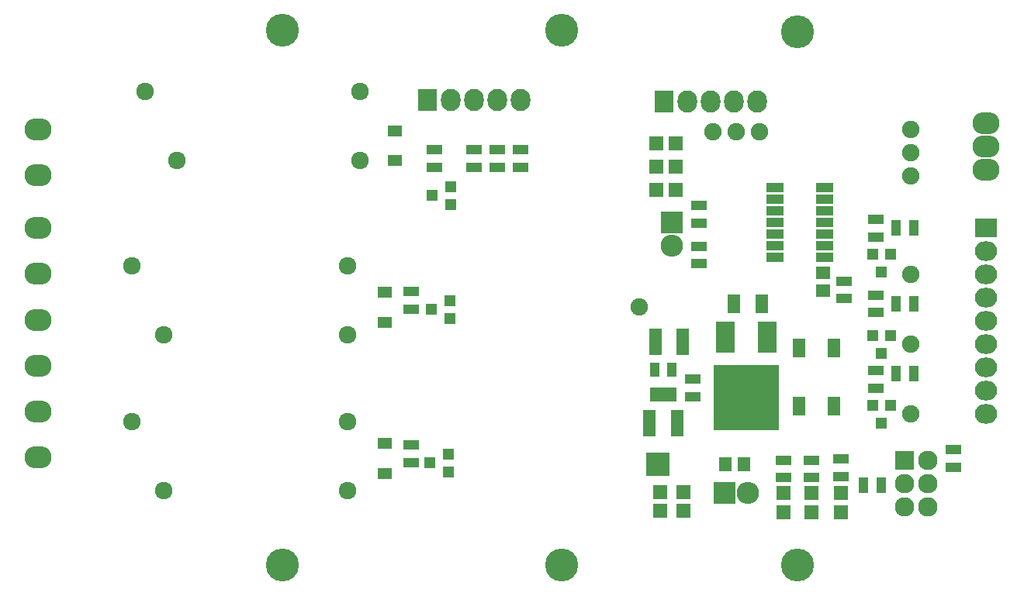
<source format=gbr>
G04 #@! TF.FileFunction,Soldermask,Top*
%FSLAX46Y46*%
G04 Gerber Fmt 4.6, Leading zero omitted, Abs format (unit mm)*
G04 Created by KiCad (PCBNEW 4.0.2-4+6225~38~ubuntu14.04.1-stable) date Mon 26 Dec 2016 11:00:54 AM CET*
%MOMM*%
G01*
G04 APERTURE LIST*
%ADD10C,0.100000*%
%ADD11C,1.900000*%
%ADD12R,1.900000X1.000000*%
%ADD13C,1.924000*%
%ADD14R,1.598880X1.598880*%
%ADD15R,1.650000X1.400000*%
%ADD16R,1.400000X1.650000*%
%ADD17R,1.400000X2.900000*%
%ADD18R,1.620000X1.310000*%
%ADD19R,2.432000X2.432000*%
%ADD20O,2.432000X2.432000*%
%ADD21R,2.127200X2.127200*%
%ADD22O,2.127200X2.127200*%
%ADD23R,2.127200X2.432000*%
%ADD24O,2.127200X2.432000*%
%ADD25R,1.200000X1.300000*%
%ADD26R,1.300000X1.200000*%
%ADD27R,1.700000X1.100000*%
%ADD28R,1.100000X1.700000*%
%ADD29R,1.400000X2.000000*%
%ADD30R,7.100000X7.100000*%
%ADD31R,2.000000X3.400000*%
%ADD32R,1.140000X1.590000*%
%ADD33R,2.635200X2.635200*%
%ADD34C,3.600000*%
%ADD35R,2.432000X2.127200*%
%ADD36O,2.432000X2.127200*%
%ADD37O,2.940000X2.432000*%
G04 APERTURE END LIST*
D10*
D11*
X203835000Y-84709000D03*
D12*
X210980000Y-98425000D03*
X210980000Y-97155000D03*
X210980000Y-95885000D03*
X210980000Y-94615000D03*
X210980000Y-93345000D03*
X210980000Y-92075000D03*
X210980000Y-90805000D03*
X205580000Y-90805000D03*
X205580000Y-92075000D03*
X205580000Y-93345000D03*
X205580000Y-94615000D03*
X205580000Y-95885000D03*
X205580000Y-97155000D03*
X205580000Y-98425000D03*
D13*
X160263000Y-80274000D03*
X160263000Y-87874000D03*
X140263000Y-87874000D03*
X136763000Y-80274000D03*
X158866000Y-116342000D03*
X158866000Y-123942000D03*
X138866000Y-123942000D03*
X135366000Y-116342000D03*
D14*
X194724020Y-85979000D03*
X192625980Y-85979000D03*
D15*
X210820000Y-100092000D03*
X210820000Y-102092000D03*
D16*
X200168000Y-121031000D03*
X202168000Y-121031000D03*
D17*
X191857500Y-116522500D03*
X194857500Y-116522500D03*
X192492500Y-107632500D03*
X195492500Y-107632500D03*
D14*
X195580000Y-126144020D03*
X195580000Y-124045980D03*
X193040000Y-126144020D03*
X193040000Y-124045980D03*
X206502000Y-124172980D03*
X206502000Y-126271020D03*
X209550000Y-124172980D03*
X209550000Y-126271020D03*
X212725000Y-124172980D03*
X212725000Y-126271020D03*
D18*
X164084000Y-87868000D03*
X164084000Y-84598000D03*
X162941000Y-105521000D03*
X162941000Y-102251000D03*
X162941000Y-122031000D03*
X162941000Y-118761000D03*
D19*
X200025000Y-124206000D03*
D20*
X202565000Y-124206000D03*
D19*
X194310000Y-94615000D03*
D20*
X194310000Y-97155000D03*
D21*
X219710000Y-120650000D03*
D22*
X222250000Y-120650000D03*
X219710000Y-123190000D03*
X222250000Y-123190000D03*
X219710000Y-125730000D03*
X222250000Y-125730000D03*
D23*
X193421000Y-81407000D03*
D24*
X195961000Y-81407000D03*
X198501000Y-81407000D03*
X201041000Y-81407000D03*
X203581000Y-81407000D03*
D23*
X167640000Y-81280000D03*
D24*
X170180000Y-81280000D03*
X172720000Y-81280000D03*
X175260000Y-81280000D03*
X177800000Y-81280000D03*
D25*
X218120000Y-98060000D03*
X216220000Y-98060000D03*
X217170000Y-100060000D03*
X218120000Y-106950000D03*
X216220000Y-106950000D03*
X217170000Y-108950000D03*
X218120000Y-114570000D03*
X216220000Y-114570000D03*
X217170000Y-116570000D03*
D26*
X170164000Y-92644000D03*
X170164000Y-90744000D03*
X168164000Y-91694000D03*
X170037000Y-105090000D03*
X170037000Y-103190000D03*
X168037000Y-104140000D03*
X169910000Y-121854000D03*
X169910000Y-119954000D03*
X167910000Y-120904000D03*
D27*
X213106000Y-101031000D03*
X213106000Y-102931000D03*
D28*
X215204000Y-123317000D03*
X217104000Y-123317000D03*
D27*
X225044000Y-119446000D03*
X225044000Y-121346000D03*
X197231000Y-92776000D03*
X197231000Y-94676000D03*
X197231000Y-99121000D03*
X197231000Y-97221000D03*
X196532500Y-113662500D03*
X196532500Y-111762500D03*
X216535000Y-94300000D03*
X216535000Y-96200000D03*
X216535000Y-102555000D03*
X216535000Y-104455000D03*
X216535000Y-110810000D03*
X216535000Y-112710000D03*
X206502000Y-122489000D03*
X206502000Y-120589000D03*
X209550000Y-122489000D03*
X209550000Y-120589000D03*
X212725000Y-122362000D03*
X212725000Y-120462000D03*
D28*
X218760000Y-95250000D03*
X220660000Y-95250000D03*
X218760000Y-103505000D03*
X220660000Y-103505000D03*
X218760000Y-111125000D03*
X220660000Y-111125000D03*
D27*
X172720000Y-88580000D03*
X172720000Y-86680000D03*
X175260000Y-88580000D03*
X175260000Y-86680000D03*
X177800000Y-88580000D03*
X177800000Y-86680000D03*
X168402000Y-86680000D03*
X168402000Y-88580000D03*
X165862000Y-102174000D03*
X165862000Y-104074000D03*
X165862000Y-118938000D03*
X165862000Y-120838000D03*
D13*
X158866000Y-99324000D03*
X158866000Y-106924000D03*
X138866000Y-106924000D03*
X135366000Y-99324000D03*
D29*
X211958000Y-108306000D03*
X211958000Y-114706000D03*
X208158000Y-108306000D03*
X208158000Y-114706000D03*
D11*
X220345000Y-84455000D03*
X220345000Y-86995000D03*
X220345000Y-89535000D03*
X190754000Y-103886000D03*
X220345000Y-100330000D03*
X220345000Y-107950000D03*
X220345000Y-115570000D03*
D30*
X202438000Y-113792000D03*
D31*
X200138000Y-107142000D03*
X204738000Y-107142000D03*
D32*
X192407500Y-110727500D03*
X194307500Y-110727500D03*
X193357500Y-113427500D03*
X192407500Y-113427500D03*
X194307500Y-113427500D03*
D14*
X194724020Y-88519000D03*
X192625980Y-88519000D03*
X194724020Y-91059000D03*
X192625980Y-91059000D03*
D33*
X192786000Y-121031000D03*
D11*
X198755000Y-84709000D03*
X201295000Y-84709000D03*
D34*
X182245000Y-132080000D03*
X182245000Y-73660000D03*
X151765000Y-73660000D03*
D29*
X201065000Y-103505000D03*
X204065000Y-103505000D03*
D35*
X228600000Y-95250000D03*
D36*
X228600000Y-97790000D03*
X228600000Y-100330000D03*
X228600000Y-102870000D03*
X228600000Y-105410000D03*
X228600000Y-107950000D03*
X228600000Y-110490000D03*
X228600000Y-113030000D03*
X228600000Y-115570000D03*
D37*
X228600000Y-88900000D03*
X228600000Y-86360000D03*
X228600000Y-83820000D03*
D34*
X151765000Y-132080000D03*
X208026000Y-73787000D03*
X208026000Y-132080000D03*
D37*
X125095000Y-84455000D03*
X125095000Y-89455000D03*
X125095000Y-95250000D03*
X125095000Y-100250000D03*
X125095000Y-105250000D03*
X125095000Y-110250000D03*
X125095000Y-115250000D03*
X125095000Y-120250000D03*
M02*

</source>
